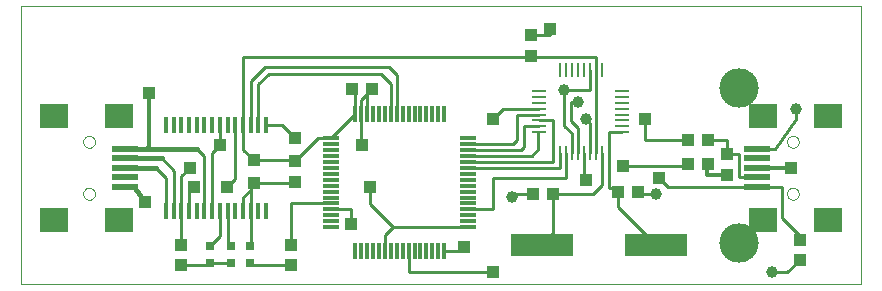
<source format=gtl>
G75*
G70*
%OFA0B0*%
%FSLAX24Y24*%
%IPPOS*%
%LPD*%
%AMOC8*
5,1,8,0,0,1.08239X$1,22.5*
%
%ADD10C,0.0000*%
%ADD11R,0.0433X0.0394*%
%ADD12R,0.0315X0.0315*%
%ADD13R,0.0137X0.0550*%
%ADD14R,0.0394X0.0433*%
%ADD15R,0.0118X0.0551*%
%ADD16R,0.0551X0.0118*%
%ADD17R,0.0945X0.0787*%
%ADD18R,0.0909X0.0197*%
%ADD19R,0.2100X0.0760*%
%ADD20R,0.0100X0.0450*%
%ADD21R,0.0450X0.0100*%
%ADD22C,0.1310*%
%ADD23C,0.0100*%
%ADD24R,0.0396X0.0396*%
%ADD25C,0.0160*%
%ADD26C,0.0396*%
%ADD27C,0.0120*%
D10*
X000100Y000229D02*
X000100Y009488D01*
X028095Y009488D01*
X028095Y000229D01*
X000100Y000229D01*
X002172Y003238D02*
X002174Y003265D01*
X002180Y003292D01*
X002189Y003318D01*
X002202Y003342D01*
X002218Y003365D01*
X002237Y003384D01*
X002259Y003401D01*
X002283Y003415D01*
X002308Y003425D01*
X002335Y003432D01*
X002362Y003435D01*
X002390Y003434D01*
X002417Y003429D01*
X002443Y003421D01*
X002467Y003409D01*
X002490Y003393D01*
X002511Y003375D01*
X002528Y003354D01*
X002543Y003330D01*
X002554Y003305D01*
X002562Y003279D01*
X002566Y003252D01*
X002566Y003224D01*
X002562Y003197D01*
X002554Y003171D01*
X002543Y003146D01*
X002528Y003122D01*
X002511Y003101D01*
X002490Y003083D01*
X002468Y003067D01*
X002443Y003055D01*
X002417Y003047D01*
X002390Y003042D01*
X002362Y003041D01*
X002335Y003044D01*
X002308Y003051D01*
X002283Y003061D01*
X002259Y003075D01*
X002237Y003092D01*
X002218Y003111D01*
X002202Y003134D01*
X002189Y003158D01*
X002180Y003184D01*
X002174Y003211D01*
X002172Y003238D01*
X002172Y004970D02*
X002174Y004997D01*
X002180Y005024D01*
X002189Y005050D01*
X002202Y005074D01*
X002218Y005097D01*
X002237Y005116D01*
X002259Y005133D01*
X002283Y005147D01*
X002308Y005157D01*
X002335Y005164D01*
X002362Y005167D01*
X002390Y005166D01*
X002417Y005161D01*
X002443Y005153D01*
X002467Y005141D01*
X002490Y005125D01*
X002511Y005107D01*
X002528Y005086D01*
X002543Y005062D01*
X002554Y005037D01*
X002562Y005011D01*
X002566Y004984D01*
X002566Y004956D01*
X002562Y004929D01*
X002554Y004903D01*
X002543Y004878D01*
X002528Y004854D01*
X002511Y004833D01*
X002490Y004815D01*
X002468Y004799D01*
X002443Y004787D01*
X002417Y004779D01*
X002390Y004774D01*
X002362Y004773D01*
X002335Y004776D01*
X002308Y004783D01*
X002283Y004793D01*
X002259Y004807D01*
X002237Y004824D01*
X002218Y004843D01*
X002202Y004866D01*
X002189Y004890D01*
X002180Y004916D01*
X002174Y004943D01*
X002172Y004970D01*
X025634Y004970D02*
X025636Y004997D01*
X025642Y005024D01*
X025651Y005050D01*
X025664Y005074D01*
X025680Y005097D01*
X025699Y005116D01*
X025721Y005133D01*
X025745Y005147D01*
X025770Y005157D01*
X025797Y005164D01*
X025824Y005167D01*
X025852Y005166D01*
X025879Y005161D01*
X025905Y005153D01*
X025929Y005141D01*
X025952Y005125D01*
X025973Y005107D01*
X025990Y005086D01*
X026005Y005062D01*
X026016Y005037D01*
X026024Y005011D01*
X026028Y004984D01*
X026028Y004956D01*
X026024Y004929D01*
X026016Y004903D01*
X026005Y004878D01*
X025990Y004854D01*
X025973Y004833D01*
X025952Y004815D01*
X025930Y004799D01*
X025905Y004787D01*
X025879Y004779D01*
X025852Y004774D01*
X025824Y004773D01*
X025797Y004776D01*
X025770Y004783D01*
X025745Y004793D01*
X025721Y004807D01*
X025699Y004824D01*
X025680Y004843D01*
X025664Y004866D01*
X025651Y004890D01*
X025642Y004916D01*
X025636Y004943D01*
X025634Y004970D01*
X025634Y003238D02*
X025636Y003265D01*
X025642Y003292D01*
X025651Y003318D01*
X025664Y003342D01*
X025680Y003365D01*
X025699Y003384D01*
X025721Y003401D01*
X025745Y003415D01*
X025770Y003425D01*
X025797Y003432D01*
X025824Y003435D01*
X025852Y003434D01*
X025879Y003429D01*
X025905Y003421D01*
X025929Y003409D01*
X025952Y003393D01*
X025973Y003375D01*
X025990Y003354D01*
X026005Y003330D01*
X026016Y003305D01*
X026024Y003279D01*
X026028Y003252D01*
X026028Y003224D01*
X026024Y003197D01*
X026016Y003171D01*
X026005Y003146D01*
X025990Y003122D01*
X025973Y003101D01*
X025952Y003083D01*
X025930Y003067D01*
X025905Y003055D01*
X025879Y003047D01*
X025852Y003042D01*
X025824Y003041D01*
X025797Y003044D01*
X025770Y003051D01*
X025745Y003061D01*
X025721Y003075D01*
X025699Y003092D01*
X025680Y003111D01*
X025664Y003134D01*
X025651Y003158D01*
X025642Y003184D01*
X025636Y003211D01*
X025634Y003238D01*
D11*
X020671Y003300D03*
X020002Y003300D03*
X017836Y003221D03*
X017167Y003221D03*
X009100Y001545D03*
X009100Y000876D03*
X005443Y000876D03*
X005443Y001545D03*
X011140Y006729D03*
X011810Y006729D03*
D12*
X007725Y001506D03*
X007100Y001506D03*
X006396Y001506D03*
X006396Y000915D03*
X007100Y000915D03*
X007725Y000915D03*
D13*
X007752Y002665D03*
X008007Y002665D03*
X008263Y002665D03*
X007496Y002665D03*
X007240Y002665D03*
X006984Y002665D03*
X006728Y002665D03*
X006472Y002665D03*
X006216Y002665D03*
X005960Y002665D03*
X005704Y002665D03*
X005448Y002665D03*
X005193Y002665D03*
X004937Y002665D03*
X004937Y005544D03*
X005193Y005544D03*
X005448Y005544D03*
X005704Y005544D03*
X005960Y005544D03*
X006216Y005544D03*
X006472Y005544D03*
X006728Y005544D03*
X006984Y005544D03*
X007240Y005544D03*
X007496Y005544D03*
X007752Y005544D03*
X008007Y005544D03*
X008263Y005544D03*
D14*
X009225Y004314D03*
X009225Y003644D03*
X017108Y007847D03*
X017108Y008517D03*
X022317Y005035D03*
X022986Y005035D03*
X022986Y004238D03*
X022317Y004238D03*
X026060Y001706D03*
X026060Y001037D03*
D15*
X014201Y001321D03*
X014005Y001321D03*
X013808Y001321D03*
X013611Y001321D03*
X013414Y001321D03*
X013217Y001321D03*
X013020Y001321D03*
X012823Y001321D03*
X012627Y001321D03*
X012430Y001321D03*
X012233Y001321D03*
X012036Y001321D03*
X011839Y001321D03*
X011642Y001321D03*
X011445Y001321D03*
X011249Y001321D03*
X011249Y005888D03*
X011445Y005888D03*
X011642Y005888D03*
X011839Y005888D03*
X012036Y005888D03*
X012233Y005888D03*
X012430Y005888D03*
X012627Y005888D03*
X012823Y005888D03*
X013020Y005888D03*
X013217Y005888D03*
X013414Y005888D03*
X013611Y005888D03*
X013808Y005888D03*
X014005Y005888D03*
X014201Y005888D03*
D16*
X015008Y005081D03*
X015008Y004884D03*
X015008Y004687D03*
X015008Y004490D03*
X015008Y004293D03*
X015008Y004096D03*
X015008Y003899D03*
X015008Y003703D03*
X015008Y003506D03*
X015008Y003309D03*
X015008Y003112D03*
X015008Y002915D03*
X015008Y002718D03*
X015008Y002521D03*
X015008Y002325D03*
X015008Y002128D03*
X010442Y002128D03*
X010442Y002325D03*
X010442Y002521D03*
X010442Y002718D03*
X010442Y002915D03*
X010442Y003112D03*
X010442Y003309D03*
X010442Y003506D03*
X010442Y003703D03*
X010442Y003899D03*
X010442Y004096D03*
X010442Y004293D03*
X010442Y004490D03*
X010442Y004687D03*
X010442Y004884D03*
X010442Y005081D03*
D17*
X003353Y005836D03*
X001188Y005836D03*
X001188Y002372D03*
X003353Y002372D03*
X024847Y002372D03*
X027012Y002372D03*
X027012Y005836D03*
X024847Y005836D03*
D18*
X024625Y004734D03*
X024625Y004419D03*
X024625Y004104D03*
X024625Y003789D03*
X024625Y003474D03*
X003575Y003474D03*
X003575Y003789D03*
X003575Y004104D03*
X003575Y004419D03*
X003575Y004734D03*
D19*
X017450Y001539D03*
X021250Y001539D03*
D20*
X019450Y004599D03*
X019254Y004599D03*
X019057Y004599D03*
X018860Y004599D03*
X018663Y004599D03*
X018466Y004599D03*
X018269Y004599D03*
X018072Y004599D03*
X018072Y007355D03*
X018269Y007355D03*
X018466Y007355D03*
X018663Y007355D03*
X018860Y007355D03*
X019057Y007355D03*
X019254Y007355D03*
X019450Y007355D03*
D21*
X020139Y006666D03*
X020139Y006469D03*
X020139Y006272D03*
X020139Y006076D03*
X020139Y005879D03*
X020139Y005682D03*
X020139Y005485D03*
X020139Y005288D03*
X017383Y005288D03*
X017383Y005485D03*
X017383Y005682D03*
X017383Y005879D03*
X017383Y006076D03*
X017383Y006272D03*
X017383Y006469D03*
X017383Y006666D03*
D22*
X024037Y006751D03*
X024037Y001581D03*
D23*
X025454Y002434D02*
X026060Y001829D01*
X026060Y001706D01*
X026060Y001037D02*
X025645Y000623D01*
X025139Y000623D01*
X021250Y001539D02*
X020002Y002788D01*
X020002Y003300D01*
X020139Y003438D01*
X019706Y003438D01*
X019706Y005288D01*
X020139Y005288D01*
X020887Y005035D02*
X020887Y005741D01*
X020899Y005741D01*
X020887Y005035D02*
X022317Y005035D01*
X022986Y005035D02*
X023643Y005035D01*
X023643Y004560D01*
X024037Y004560D01*
X024037Y003789D01*
X024625Y003789D01*
X024625Y003474D02*
X024431Y003474D01*
X024290Y003474D01*
X021658Y003474D01*
X021360Y003772D01*
X022317Y004166D02*
X020179Y004166D01*
X019450Y004599D02*
X019450Y003517D01*
X019155Y003221D01*
X017836Y003221D01*
X017836Y001925D01*
X017450Y001539D01*
X015008Y002128D02*
X012499Y002128D01*
X011725Y002901D01*
X011725Y003479D01*
X010442Y002915D02*
X009100Y002915D01*
X009100Y001545D01*
X007752Y001532D02*
X007725Y001506D01*
X007752Y001532D02*
X007752Y002665D01*
X007752Y003379D01*
X007496Y003123D01*
X007496Y002665D01*
X006984Y002665D02*
X006984Y001622D01*
X007100Y001506D01*
X006728Y001837D02*
X006396Y001506D01*
X005443Y001545D02*
X005448Y002090D01*
X005448Y002665D01*
X005448Y003828D01*
X005725Y004104D01*
X005193Y004012D02*
X004785Y004419D01*
X004600Y004104D02*
X004937Y003768D01*
X004937Y002665D01*
X005193Y002665D02*
X005193Y004012D01*
X005704Y003458D02*
X005850Y003479D01*
X005704Y003458D02*
X005704Y002665D01*
X006216Y002665D02*
X006216Y004488D01*
X005970Y004734D01*
X006472Y004601D02*
X006725Y004854D01*
X006725Y005479D01*
X006728Y005482D01*
X006728Y005544D01*
X007240Y005544D02*
X007240Y003744D01*
X006975Y003479D01*
X007752Y003506D02*
X007752Y003379D01*
X007752Y003506D02*
X007850Y003604D01*
X009265Y003604D01*
X009225Y003644D01*
X009225Y004314D02*
X009992Y005081D01*
X010442Y005081D01*
X011249Y005888D01*
X011249Y006621D01*
X011140Y006729D01*
X011445Y006365D02*
X011810Y006729D01*
X011642Y006562D01*
X011642Y005888D01*
X011445Y005888D02*
X011445Y006365D01*
X011445Y005888D02*
X011445Y004884D01*
X011475Y004854D01*
X009225Y005104D02*
X008786Y005544D01*
X008263Y005544D01*
X008007Y005544D02*
X008007Y006887D01*
X008350Y007229D01*
X012100Y007229D01*
X012430Y006899D01*
X012430Y005888D01*
X012627Y005888D02*
X012627Y007203D01*
X012350Y007479D01*
X008225Y007479D01*
X007752Y007006D01*
X007752Y005544D01*
X007502Y005544D02*
X007496Y005544D01*
X007496Y004708D01*
X007850Y004354D01*
X009185Y004354D01*
X009225Y004314D01*
X006472Y004601D02*
X006472Y002665D01*
X006728Y002665D02*
X006728Y001837D01*
X006396Y000915D02*
X006199Y000876D01*
X005443Y000876D01*
X006396Y000915D02*
X007100Y000915D01*
X007725Y000915D02*
X007804Y000876D01*
X009100Y000876D01*
X012233Y001321D02*
X012233Y001862D01*
X012499Y002128D01*
X011100Y002229D02*
X011100Y002718D01*
X010442Y002718D01*
X013020Y001321D02*
X013020Y000623D01*
X015848Y000623D01*
X014850Y001479D02*
X014692Y001321D01*
X014201Y001321D01*
X015008Y002718D02*
X015848Y002718D01*
X015848Y003772D01*
X018269Y003772D01*
X018269Y004599D01*
X018072Y004599D02*
X018072Y004096D01*
X015008Y004096D01*
X015008Y004293D02*
X017817Y004293D01*
X017817Y005682D01*
X017383Y005682D01*
X017383Y005879D02*
X016635Y005879D01*
X016635Y005032D01*
X016487Y004884D01*
X015008Y004884D01*
X015008Y004687D02*
X016762Y004687D01*
X016872Y004796D01*
X016872Y005485D01*
X017383Y005485D01*
X017383Y005288D02*
X017344Y005249D01*
X017344Y004717D01*
X017117Y004490D01*
X015008Y004490D01*
X018210Y005505D02*
X018210Y006686D01*
X019057Y006686D01*
X019057Y007355D01*
X019254Y007355D02*
X019254Y007788D01*
X017187Y007788D01*
X017187Y007847D01*
X017108Y007847D01*
X017187Y007788D02*
X007502Y007788D01*
X007502Y005544D01*
X015848Y005741D02*
X016183Y006076D01*
X017383Y006076D01*
X018446Y006292D02*
X018446Y005662D01*
X018663Y005426D01*
X018663Y004599D01*
X018860Y004599D02*
X018860Y003753D01*
X018919Y003694D01*
X020671Y003300D02*
X020750Y003221D01*
X021281Y003221D01*
X022317Y004166D02*
X022317Y004238D01*
X024625Y004734D02*
X024798Y004717D01*
X025218Y004717D01*
X025927Y005741D01*
X025927Y006056D01*
X019254Y007355D02*
X019254Y004599D01*
X019057Y004599D02*
X019057Y005603D01*
X018919Y005741D01*
X018466Y005249D02*
X018210Y005505D01*
X018466Y005249D02*
X018466Y004599D01*
X017167Y003221D02*
X016557Y003221D01*
X016478Y003143D01*
X024625Y003474D02*
X025454Y003474D01*
X025454Y002434D01*
X018683Y006292D02*
X018446Y006292D01*
X017738Y008517D02*
X017108Y008517D01*
X017738Y008517D02*
X017738Y008733D01*
D24*
X017738Y008733D03*
X015848Y005741D03*
X011475Y004854D03*
X009225Y005104D03*
X007850Y004354D03*
X006725Y004854D03*
X005725Y004104D03*
X005850Y003479D03*
X006975Y003479D03*
X007850Y003604D03*
X004225Y002979D03*
X011100Y002229D03*
X011725Y003479D03*
X014850Y001479D03*
X015848Y000623D03*
X018919Y003694D03*
X020179Y004166D03*
X021360Y003772D03*
X023643Y003851D03*
X023643Y004560D03*
X025769Y004087D03*
X020887Y005741D03*
X004352Y006607D03*
D25*
X004273Y004734D02*
X003575Y004734D01*
X003575Y004419D02*
X004785Y004419D01*
X004273Y004734D02*
X005970Y004734D01*
X004600Y004104D02*
X003575Y004104D01*
X003575Y003474D02*
X003855Y003474D01*
X004225Y002979D01*
D26*
X016478Y003143D03*
X021281Y003221D03*
X018919Y005741D03*
X018683Y006292D03*
X018210Y006686D03*
X025927Y006056D03*
X025139Y000623D03*
D27*
X023643Y003851D02*
X022979Y003851D01*
X022986Y004238D01*
X024625Y004104D02*
X025753Y004104D01*
X025769Y004087D01*
X004352Y004813D02*
X004273Y004734D01*
X004352Y004813D02*
X004352Y006607D01*
M02*

</source>
